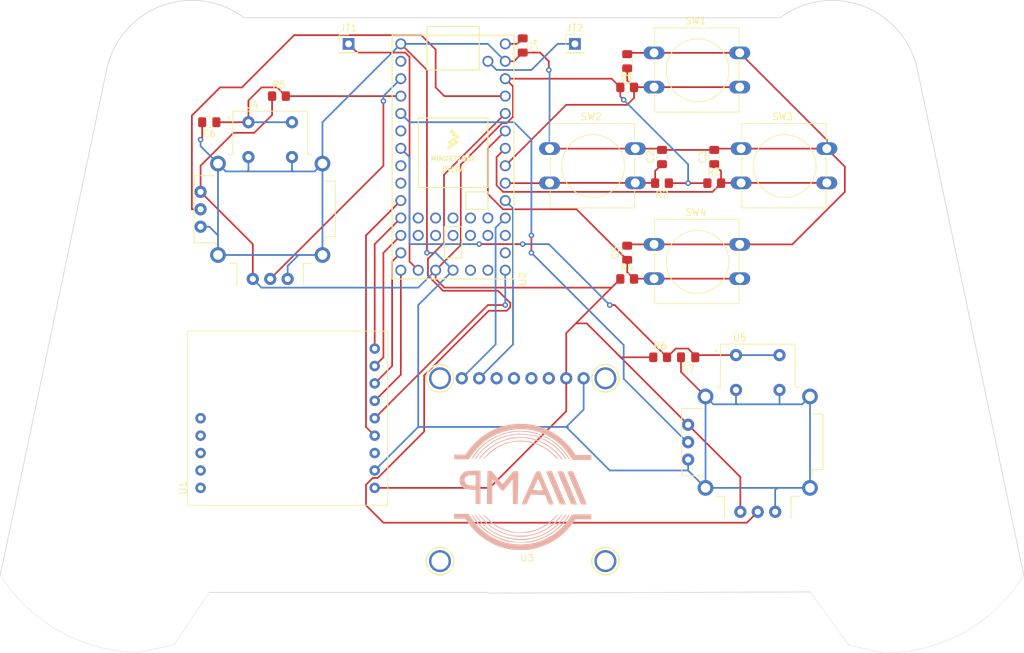
<source format=kicad_pcb>
(kicad_pcb (version 20221018) (generator pcbnew)
  (layers (0 "F.Cu" signal) (31 "B.Cu" signal) (34 "B.Paste" user) (35 "F.Paste" user) (36 "B.SilkS" user "B.Silkscreen") (37 "F.SilkS" user "F.Silkscreen") (38 "B.Mask" user) (39 "F.Mask" user) (44 "Edge.Cuts" user))
  (net 0 "")
  (net 1 "+3V3")
  (net 2 "GND")
  (net 3 "+5V")
  (net 4 "Net-(JT1-Pin_1)")
  (net 5 "Net-(JT2-Pin_1)")
  (net 6 "/LORA_INT")
  (net 7 "/LORA_SCK")
  (net 8 "/LORA_MISO")
  (net 9 "/LORA_MOSI")
  (net 10 "/LORA_CS")
  (net 11 "/LORA_RST")
  (net 17 "/JOY_LEFT_V")
  (net 18 "/JOY_LEFT_H")
  (net 19 "/JOY_LEFT_BTN")
  (net 20 "/JOY_RIGHT_V")
  (net 21 "/JOY_RIGHT_H")
  (net 22 "/JOY_RIGHT_BTN")
  (net 30 "/OLED_SDA")
  (net 31 "/OLED_SCL")
  (net 47 "/BTN_UP")
  (net 48 "/BTN_LEFT")
  (net 49 "/BTN_RIGHT")
  (net 50 "/BTN_DOWN")
  (footprint "Capacitor_SMD:C_0805_2012Metric_Pad1.18x1.45mm_HandSolder" (layer "F.Cu") (at 177.8 68.58 90)
    (fp_text reference "C2" (at 0 -1.68 90) (layer "F.SilkS"))
    (fp_text value "0.1uF")
    (pad "1" smd roundrect (at -1.0375 0 90) (size 1.175 1.45) (layers "F.Cu" "F.Paste" "F.Mask") (roundrect_rratio 0.2127659574) (net 48 "/BTN_LEFT"))
    (pad "2" smd roundrect (at 1.0375 0 90) (size 1.175 1.45) (layers "F.Cu" "F.Paste" "F.Mask") (roundrect_rratio 0.2127659574) (net 2 "GND"))
  )
  (footprint "Capacitor_SMD:C_0805_2012Metric_Pad1.18x1.45mm_HandSolder" (layer "F.Cu") (at 111.76 63.5 180)
    (fp_text reference "C6" (at 0 -1.68) (layer "F.SilkS"))
    (fp_text value "0.1uF")
    (pad "1" smd roundrect (at -1.0375 0 180) (size 1.175 1.45) (layers "F.Cu" "F.Paste" "F.Mask") (roundrect_rratio 0.2127659574) (net 19 "/JOY_LEFT_BTN"))
    (pad "2" smd roundrect (at 1.0375 0 180) (size 1.175 1.45) (layers "F.Cu" "F.Paste" "F.Mask") (roundrect_rratio 0.2127659574) (net 2 "GND"))
  )
  (footprint "128x64_OLED:128x64_OLED" (layer "F.Cu") (at 160.655 130.0625)
    (fp_text reference "U3" (at -2.54 -3 unlocked) (layer "F.SilkS"))
    (fp_text value "128x64_OLED")
    (pad "1" thru_hole circle (at -12.065 -29.21 90) (size 1.778 1.778) (drill 1) (layers "*.Cu" "*.Mask") (net 30 "/OLED_SDA"))
    (pad "2" thru_hole circle (at -9.525 -29.21 90) (size 1.778 1.778) (drill 1) (layers "*.Cu" "*.Mask") (net 31 "/OLED_SCL"))
    (pad "3" thru_hole circle (at -6.985 -29.21 90) (size 1.778 1.778) (drill 1) (layers "*.Cu" "*.Mask"))
    (pad "4" thru_hole circle (at -4.445 -29.21 90) (size 1.778 1.778) (drill 1) (layers "*.Cu" "*.Mask"))
    (pad "5" thru_hole circle (at -1.905 -29.21 90) (size 1.778 1.778) (drill 1) (layers "*.Cu" "*.Mask"))
    (pad "6" thru_hole circle (at 0.635 -29.21 90) (size 1.778 1.778) (drill 1) (layers "*.Cu" "*.Mask"))
    (pad "7" thru_hole circle (at 3.175 -29.21 90) (size 1.778 1.778) (drill 1) (layers "*.Cu" "*.Mask") (net 1 "+3V3"))
    (pad "8" thru_hole circle (at 5.715 -29.21 90) (size 1.778 1.778) (drill 1) (layers "*.Cu" "*.Mask") (net 2 "GND"))
    (pad "P$1" thru_hole circle (at -15.24 -29.21) (size 3.2 3.2) (drill 2.5) (layers "*.Cu" "*.Mask"))
    (pad "P$1" thru_hole circle (at -15.24 -2.54) (size 3.2 3.2) (drill 2.5) (layers "*.Cu" "*.Mask"))
    (pad "P$1" thru_hole circle (at 8.89 -29.21) (size 3.2 3.2) (drill 2.5) (layers "*.Cu" "*.Mask"))
    (pad "P$1" thru_hole circle (at 8.89 -2.54) (size 3.2 3.2) (drill 2.5) (layers "*.Cu" "*.Mask"))
  )
  (footprint "Resistor_SMD:R_0805_2012Metric_Pad1.20x1.40mm_HandSolder" (layer "F.Cu") (at 121.92 59.69)
    (fp_text reference "R5" (at 0 -1.65) (layer "F.SilkS"))
    (fp_text value "10k")
    (pad "1" smd roundrect (at -1 0) (size 1.2 1.4) (layers "F.Cu" "F.Paste" "F.Mask") (roundrect_rratio 0.2083333333) (net 1 "+3V3"))
    (pad "2" smd roundrect (at 1 0) (size 1.2 1.4) (layers "F.Cu" "F.Paste" "F.Mask") (roundrect_rratio 0.2083333333) (net 19 "/JOY_LEFT_BTN"))
  )
  (footprint "Connector_PinHeader_2.54mm:PinHeader_1x01_P2.54mm_Vertical" (layer "F.Cu") (at 165.1 52.07)
    (fp_text reference "JT2" (at 0 -2.33) (layer "F.SilkS"))
    (fp_text value "Conn_01x01_Male")
    (pad "1" thru_hole rect (at 0 0) (size 1.7 1.7) (drill 1) (layers "*.Cu" "*.Mask") (net 5 "Net-(JT2-Pin_1)"))
  )
  (footprint "Connector_PinHeader_2.54mm:PinHeader_1x01_P2.54mm_Vertical" (layer "F.Cu") (at 132.08 52.07)
    (fp_text reference "JT1" (at 0 -2.33) (layer "F.SilkS"))
    (fp_text value "Conn_01x01_Male")
    (pad "1" thru_hole rect (at 0 0) (size 1.7 1.7) (drill 1) (layers "*.Cu" "*.Mask") (net 4 "Net-(JT1-Pin_1)"))
  )
  (footprint "Capacitor_SMD:C_0805_2012Metric_Pad1.18x1.45mm_HandSolder" (layer "F.Cu") (at 172.72 82.55 90)
    (fp_text reference "C5" (at 0 -1.68 90) (layer "F.SilkS"))
    (fp_text value "0.1uF")
    (pad "1" smd roundrect (at -1.0375 0 90) (size 1.175 1.45) (layers "F.Cu" "F.Paste" "F.Mask") (roundrect_rratio 0.2127659574) (net 50 "/BTN_DOWN"))
    (pad "2" smd roundrect (at 1.0375 0 90) (size 1.175 1.45) (layers "F.Cu" "F.Paste" "F.Mask") (roundrect_rratio 0.2127659574) (net 2 "GND"))
  )
  (footprint "Button_Switch_THT:SW_PUSH-12mm" (layer "F.Cu") (at 176.64 81.32)
    (fp_text reference "SW4" (at 6.08 -4.66) (layer "F.SilkS"))
    (fp_text value "SW_Push")
    (pad "1" thru_hole oval (at 0 0) (size 3.048 1.85) (drill 1.3) (layers "*.Cu" "*.Mask") (net 2 "GND"))
    (pad "1" thru_hole oval (at 12.5 0) (size 3.048 1.85) (drill 1.3) (layers "*.Cu" "*.Mask") (net 2 "GND"))
    (pad "2" thru_hole oval (at 0 5) (size 3.048 1.85) (drill 1.3) (layers "*.Cu" "*.Mask") (net 50 "/BTN_DOWN"))
    (pad "2" thru_hole oval (at 12.5 5) (size 3.048 1.85) (drill 1.3) (layers "*.Cu" "*.Mask") (net 50 "/BTN_DOWN"))
  )
  (footprint "Capacitor_SMD:C_0805_2012Metric_Pad1.18x1.45mm_HandSolder" (layer "F.Cu") (at 157.48 52.3025 -90)
    (fp_text reference "C4" (at 0 -1.68 90) (layer "F.SilkS"))
    (fp_text value "0.1uF")
    (pad "1" smd roundrect (at -1.0375 0 270) (size 1.175 1.45) (layers "F.Cu" "F.Paste" "F.Mask") (roundrect_rratio 0.2127659574) (net 3 "+5V"))
    (pad "2" smd roundrect (at 1.0375 0 270) (size 1.175 1.45) (layers "F.Cu" "F.Paste" "F.Mask") (roundrect_rratio 0.2127659574) (net 2 "GND"))
  )
  (footprint "Capacitor_SMD:C_0805_2012Metric_Pad1.18x1.45mm_HandSolder" (layer "F.Cu") (at 185.42 68.58 90)
    (fp_text reference "C3" (at 0 -1.68 90) (layer "F.SilkS"))
    (fp_text value "0.1uF")
    (pad "1" smd roundrect (at -1.0375 0 90) (size 1.175 1.45) (layers "F.Cu" "F.Paste" "F.Mask") (roundrect_rratio 0.2127659574) (net 49 "/BTN_RIGHT"))
    (pad "2" smd roundrect (at 1.0375 0 90) (size 1.175 1.45) (layers "F.Cu" "F.Paste" "F.Mask") (roundrect_rratio 0.2127659574) (net 2 "GND"))
  )
  (footprint "MountingHole:MountingHole_3.2mm_M3" (layer "F.Cu") (at 205 53)
    (fp_text reference "H3" hide)
    (fp_text value "MountingHole")
    (pad "" np_thru_hole circle (at 0 0) (size 3.2 3.2) (drill 3.2) (layers "*.Cu" "*.Mask"))
  )
  (footprint "COM-09032:XDCR_COM-09032" (layer "F.Cu") (at 120.65 76.2)
    (fp_text reference "U4" (at -2.625 -15.235) (layer "F.SilkS"))
    (fp_text value "Joystick")
    (pad "B1A" thru_hole circle (at -3.175 -12.7) (size 1.778 1.778) (drill 0.9) (layers "*.Cu" "*.Mask") (net 19 "/JOY_LEFT_BTN"))
    (pad "B1B" thru_hole circle (at 3.175 -12.7) (size 1.778 1.778) (drill 0.9) (layers "*.Cu" "*.Mask") (net 19 "/JOY_LEFT_BTN"))
    (pad "B2A" thru_hole circle (at -3.175 -7.62) (size 1.778 1.778) (drill 0.9) (layers "*.Cu" "*.Mask") (net 2 "GND"))
    (pad "B2B" thru_hole circle (at 3.175 -7.62) (size 1.778 1.778) (drill 0.9) (layers "*.Cu" "*.Mask") (net 2 "GND"))
    (pad "H1" thru_hole circle (at -2.54 10.16) (size 1.778 1.778) (drill 0.889) (layers "*.Cu" "*.Mask") (net 1 "+3V3"))
    (pad "H2" thru_hole circle (at 0 10.16) (size 1.778 1.778) (drill 0.889) (layers "*.Cu" "*.Mask") (net 18 "/JOY_LEFT_H"))
    (pad "H3" thru_hole circle (at 2.54 10.16) (size 1.778 1.778) (drill 0.889) (layers "*.Cu" "*.Mask") (net 2 "GND"))
    (pad "S1" thru_hole circle (at -7.62 -6.6675) (size 2.286 2.286) (drill 1.397) (layers "*.Cu" "*.Mask") (net 2 "GND"))
    (pad "S2" thru_hole circle (at -7.62 6.6675) (size 2.286 2.286) (drill 1.397) (layers "*.Cu" "*.Mask") (net 2 "GND"))
    (pad "S3" thru_hole circle (at 7.62 6.6675) (size 2.286 2.286) (drill 1.397) (layers "*.Cu" "*.Mask") (net 2 "GND"))
    (pad "S4" thru_hole circle (at 7.62 -6.6675) (size 2.286 2.286) (drill 1.397) (layers "*.Cu" "*.Mask") (net 2 "GND"))
    (pad "V1" thru_hole circle (at -10.16 -2.54) (size 1.778 1.778) (drill 0.889) (layers "*.Cu" "*.Mask") (net 1 "+3V3"))
    (pad "V2" thru_hole circle (at -10.16 0) (size 1.778 1.778) (drill oval 0.889) (layers "*.Cu" "*.Mask") (net 17 "/JOY_LEFT_V"))
    (pad "V3" thru_hole circle (at -10.16 2.54) (size 1.778 1.778) (drill 0.889) (layers "*.Cu" "*.Mask") (net 2 "GND"))
  )
  (footprint "Button_Switch_THT:SW_PUSH-12mm" (layer "F.Cu") (at 161.4 67.35)
    (fp_text reference "SW2" (at 6.08 -4.66) (layer "F.SilkS"))
    (fp_text value "SW_Push")
    (pad "1" thru_hole oval (at 0 0) (size 3.048 1.85) (drill 1.3) (layers "*.Cu" "*.Mask") (net 2 "GND"))
    (pad "1" thru_hole oval (at 12.5 0) (size 3.048 1.85) (drill 1.3) (layers "*.Cu" "*.Mask") (net 2 "GND"))
    (pad "2" thru_hole oval (at 0 5) (size 3.048 1.85) (drill 1.3) (layers "*.Cu" "*.Mask") (net 48 "/BTN_LEFT"))
    (pad "2" thru_hole oval (at 12.5 5) (size 3.048 1.85) (drill 1.3) (layers "*.Cu" "*.Mask") (net 48 "/BTN_LEFT"))
  )
  (footprint "Button_Switch_THT:SW_PUSH-12mm" (layer "F.Cu") (at 189.34 67.35)
    (fp_text reference "SW3" (at 6.08 -4.66) (layer "F.SilkS"))
    (fp_text value "SW_Push")
    (pad "1" thru_hole oval (at 0 0) (size 3.048 1.85) (drill 1.3) (layers "*.Cu" "*.Mask") (net 2 "GND"))
    (pad "1" thru_hole oval (at 12.5 0) (size 3.048 1.85) (drill 1.3) (layers "*.Cu" "*.Mask") (net 2 "GND"))
    (pad "2" thru_hole oval (at 0 5) (size 3.048 1.85) (drill 1.3) (layers "*.Cu" "*.Mask") (net 49 "/BTN_RIGHT"))
    (pad "2" thru_hole oval (at 12.5 5) (size 3.048 1.85) (drill 1.3) (layers "*.Cu" "*.Mask") (net 49 "/BTN_RIGHT"))
  )
  (footprint "COM-09032:XDCR_COM-09032" (layer "F.Cu") (at 191.77 110.1725)
    (fp_text reference "U5" (at -2.625 -15.235) (layer "F.SilkS"))
    (fp_text value "Joystick")
    (pad "B1A" thru_hole circle (at -3.175 -12.7) (size 1.778 1.778) (drill 0.9) (layers "*.Cu" "*.Mask") (net 22 "/JOY_RIGHT_BTN"))
    (pad "B1B" thru_hole circle (at 3.175 -12.7) (size 1.778 1.778) (drill 0.9) (layers "*.Cu" "*.Mask") (net 22 "/JOY_RIGHT_BTN"))
    (pad "B2A" thru_hole circle (at -3.175 -7.62) (size 1.778 1.778) (drill 0.9) (layers "*.Cu" "*.Mask") (net 2 "GND"))
    (pad "B2B" thru_hole circle (at 3.175 -7.62) (size 1.778 1.778) (drill 0.9) (layers "*.Cu" "*.Mask") (net 2 "GND"))
    (pad "H1" thru_hole circle (at -2.54 10.16) (size 1.778 1.778) (drill 0.889) (layers "*.Cu" "*.Mask") (net 1 "+3V3"))
    (pad "H2" thru_hole circle (at 0 10.16) (size 1.778 1.778) (drill 0.889) (layers "*.Cu" "*.Mask") (net 21 "/JOY_RIGHT_H"))
    (pad "H3" thru_hole circle (at 2.54 10.16) (size 1.778 1.778) (drill 0.889) (layers "*.Cu" "*.Mask") (net 2 "GND"))
    (pad "S1" thru_hole circle (at -7.62 -6.6675) (size 2.286 2.286) (drill 1.397) (layers "*.Cu" "*.Mask") (net 2 "GND"))
    (pad "S2" thru_hole circle (at -7.62 6.6675) (size 2.286 2.286) (drill 1.397) (layers "*.Cu" "*.Mask") (net 2 "GND"))
    (pad "S3" thru_hole circle (at 7.62 6.6675) (size 2.286 2.286) (drill 1.397) (layers "*.Cu" "*.Mask") (net 2 "GND"))
    (pad "S4" thru_hole circle (at 7.62 -6.6675) (size 2.286 2.286) (drill 1.397) (layers "*.Cu" "*.Mask") (net 2 "GND"))
    (pad "V1" thru_hole circle (at -10.16 -2.54) (size 1.778 1.778) (drill 0.889) (layers "*.Cu" "*.Mask") (net 1 "+3V3"))
    (pad "V2" thru_hole circle (at -10.16 0) (size 1.778 1.778) (drill 0.889) (layers "*.Cu" "*.Mask") (net 20 "/JOY_RIGHT_V"))
    (pad "V3" thru_hole circle (at -10.16 2.54) (size 1.778 1.778) (drill 0.889) (layers "*.Cu" "*.Mask") (net 2 "GND"))
  )
  (footprint "MountingHole:MountingHole_3.2mm_M3" (layer "F.Cu") (at 96.71 129.86)
    (fp_text reference "H3" hide)
    (fp_text value "MountingHole")
    (pad "" np_thru_hole circle (at 0 0) (size 3.2 3.2) (drill 3.2) (layers "*.Cu" "*.Mask"))
  )
  (footprint "Button_Switch_THT:SW_PUSH-12mm" (layer "F.Cu") (at 176.64 53.38)
    (fp_text reference "SW1" (at 6.08 -4.66) (layer "F.SilkS"))
    (fp_text value "SW_Push")
    (pad "1" thru_hole oval (at 0 0) (size 3.048 1.85) (drill 1.3) (layers "*.Cu" "*.Mask") (net 2 "GND"))
    (pad "1" thru_hole oval (at 12.5 0) (size 3.048 1.85) (drill 1.3) (layers "*.Cu" "*.Mask") (net 2 "GND"))
    (pad "2" thru_hole oval (at 0 5) (size 3.048 1.85) (drill 1.3) (layers "*.Cu" "*.Mask") (net 47 "/BTN_UP"))
    (pad "2" thru_hole oval (at 12.5 5) (size 3.048 1.85) (drill 1.3) (layers "*.Cu" "*.Mask") (net 47 "/BTN_UP"))
  )
  (footprint "MountingHole:MountingHole_3.2mm_M3" (layer "F.Cu") (at 106.68 53.34)
    (fp_text reference "H3" hide)
    (fp_text value "MountingHole")
    (pad "" np_thru_hole circle (at 0 0) (size 3.2 3.2) (drill 3.2) (layers "*.Cu" "*.Mask"))
  )
  (footprint "Resistor_SMD:R_0805_2012Metric_Pad1.20x1.40mm_HandSolder" (layer "F.Cu") (at 177.8 72.39 180)
    (fp_text reference "R2" (at 0 -1.65) (layer "F.SilkS"))
    (fp_text value "10k")
    (pad "1" smd roundrect (at -1 0 180) (size 1.2 1.4) (layers "F.Cu" "F.Paste" "F.Mask") (roundrect_rratio 0.2083333333) (net 1 "+3V3"))
    (pad "2" smd roundrect (at 1 0 180) (size 1.2 1.4) (layers "F.Cu" "F.Paste" "F.Mask") (roundrect_rratio 0.2083333333) (net 48 "/BTN_LEFT"))
  )
  (footprint "RF_Module_OTHER:RFM9x_Adafruit" (layer "F.Cu") (at 110.49 116.84 90)
    (fp_text reference "U1" (at 0 -2.54 90 unlocked) (layer "F.SilkS"))
    (fp_text value "RFM9x")
    (pad "1" thru_hole circle (at 0 25.4 180) (size 1.524 1.524) (drill 0.762) (layers "*.Cu" "*.Mask") (net 1 "+3V3"))
    (pad "2" thru_hole circle (at 2.54 25.4 90) (size 1.524 1.524) (drill 0.762) (layers "*.Cu" "*.Mask") (net 2 "GND"))
    (pad "3" thru_hole circle (at 5.08 25.4 90) (size 1.524 1.524) (drill 0.762) (layers "*.Cu" "*.Mask"))
    (pad "4" thru_hole circle (at 7.62 25.4 90) (size 1.524 1.524) (drill 0.762) (layers "*.Cu" "*.Mask") (net 6 "/LORA_INT"))
    (pad "5" thru_hole circle (at 10.16 25.4 90) (size 1.524 1.524) (drill 0.762) (layers "*.Cu" "*.Mask") (net 7 "/LORA_SCK"))
    (pad "6" thru_hole circle (at 12.7 25.4 90) (size 1.524 1.524) (drill 0.762) (layers "*.Cu" "*.Mask") (net 8 "/LORA_MISO"))
    (pad "7" thru_hole circle (at 15.24 25.4 90) (size 1.524 1.524) (drill 0.762) (layers "*.Cu" "*.Mask") (net 9 "/LORA_MOSI"))
    (pad "8" thru_hole circle (at 17.78 25.4 90) (size 1.524 1.524) (drill 0.762) (layers "*.Cu" "*.Mask") (net 10 "/LORA_CS"))
    (pad "9" thru_hole circle (at 20.32 25.4 90) (size 1.524 1.524) (drill 0.762) (layers "*.Cu" "*.Mask") (net 11 "/LORA_RST"))
    (pad "10" thru_hole circle (at 0 0 90) (size 1.524 1.524) (drill 0.762) (layers "*.Cu" "*.Mask"))
    (pad "11" thru_hole circle (at 2.54 0 90) (size 1.524 1.524) (drill 0.762) (layers "*.Cu" "*.Mask"))
    (pad "12" thru_hole circle (at 5.08 0 90) (size 1.524 1.524) (drill 0.762) (layers "*.Cu" "*.Mask"))
    (pad "13" thru_hole circle (at 7.62 0 90) (size 1.524 1.524) (drill 0.762) (layers "*.Cu" "*.Mask"))
    (pad "14" thru_hole circle (at 10.16 0 90) (size 1.524 1.524) (drill 0.762) (layers "*.Cu" "*.Mask"))
  )
  (footprint "Capacitor_SMD:C_0805_2012Metric_Pad1.18x1.45mm_HandSolder" (layer "F.Cu") (at 181.61 97.79 180)
    (fp_text reference "C7" (at 0 -1.68) (layer "F.SilkS"))
    (fp_text value "0.1uF")
    (pad "1" smd roundrect (at -1.0375 0 180) (size 1.175 1.45) (layers "F.Cu" "F.Paste" "F.Mask") (roundrect_rratio 0.2127659574) (net 22 "/JOY_RIGHT_BTN"))
    (pad "2" smd roundrect (at 1.0375 0 180) (size 1.175 1.45) (layers "F.Cu" "F.Paste" "F.Mask") (roundrect_rratio 0.2127659574) (net 2 "GND"))
  )
  (footprint "teensy:Teensy40" (layer "F.Cu") (at 147.32 68.58 -90)
    (fp_text reference "U2" (at 17.78 -10.16 90) (layer "F.SilkS"))
    (fp_text value "Teensy4.0")
    (fp_text user "DVL6A" (at 1.778 0) (layer "F.SilkS") (effects (font (size 0.7 0.7))))
    (fp_text user "MIMXRT1062" (at 0.254 0) (layer "F.SilkS") (effects (font (size 0.7 0.7))))
    (pad "1" thru_hole circle (at -16.51 7.62 270) (size 1.6 1.6) (drill 1.1) (layers "*.Cu" "*.Mask") (net 2 "GND"))
    (pad "2" thru_hole circle (at -13.97 7.62 270) (size 1.6 1.6) (drill 1.1) (layers "*.Cu" "*.Mask"))
    (pad "3" thru_hole circle (at -11.43 7.62 270) (size 1.6 1.6) (drill 1.1) (layers "*.Cu" "*.Mask") (net 18 "/JOY_LEFT_H"))
    (pad "4" thru_hole circle (at -8.89 7.62 270) (size 1.6 1.6) (drill 1.1) (layers "*.Cu" "*.Mask") (net 19 "/JOY_LEFT_BTN"))
    (pad "5" thru_hole circle (at -6.35 7.62 270) (size 1.6 1.6) (drill 1.1) (layers "*.Cu" "*.Mask") (net 20 "/JOY_RIGHT_V"))
    (pad "6" thru_hole circle (at -3.81 7.62 270) (size 1.6 1.6) (drill 1.1) (layers "*.Cu" "*.Mask"))
    (pad "7" thru_hole circle (at -1.27 7.62 270) (size 1.6 1.6) (drill 1.1) (layers "*.Cu" "*.Mask") (net 22 "/JOY_RIGHT_BTN"))
    (pad "8" thru_hole circle (at 1.27 7.62 270) (size 1.6 1.6) (drill 1.1) (layers "*.Cu" "*.Mask"))
    (pad "9" thru_hole circle (at 3.81 7.62 270) (size 1.6 1.6) (drill 1.1) (layers "*.Cu" "*.Mask"))
    (pad "10" thru_hole circle (at 6.35 7.62 270) (size 1.6 1.6) (drill 1.1) (layers "*.Cu" "*.Mask") (net 6 "/LORA_INT"))
    (pad "11" thru_hole circle (at 8.89 7.62 270) (size 1.6 1.6) (drill 1.1) (layers "*.Cu" "*.Mask") (net 11 "/LORA_RST"))
    (pad "12" thru_hole circle (at 11.43 7.62 270) (size 1.6 1.6) (drill 1.1) (layers "*.Cu" "*.Mask") (net 10 "/LORA_CS"))
    (pad "13" thru_hole circle (at 13.97 7.62 270) (size 1.6 1.6) (drill 1.1) (layers "*.Cu" "*.Mask") (net 9 "/LORA_MOSI"))
    (pad "14" thru_hole circle (at 16.51 7.62 270) (size 1.6 1.6) (drill 1.1) (layers "*.Cu" "*.Mask") (net 8 "/LORA_MISO"))
    (pad "15" thru_hole circle (at 16.51 5.08 270) (size 1.6 1.6) (drill 1.1) (layers "*.Cu" "*.Mask") (net 4 "Net-(JT1-Pin_1)"))
    (pad "16" thru_hole circle (at 16.51 2.54 270) (size 1.6 1.6) (drill 1.1) (layers "*.Cu" "*.Mask") (net 1 "+3V3"))
    (pad "17" thru_hole circle (at 16.51 0 270) (size 1.6 1.6) (drill 1.1) (layers "*.Cu" "*.Mask") (net 2 "GND"))
    (pad "18" thru_hole circle (at 16.51 -2.54 270) (size 1.6 1.6) (drill 1.1) (layers "*.Cu" "*.Mask"))
    (pad "19" thru_hole circle (at 16.51 -5.08 270) (size 1.6 1.6) (drill 1.1) (layers "*.Cu" "*.Mask"))
    (pad "20" thru_hole circle (at 16.51 -7.62 270) (size 1.6 1.6) (drill 1.1) (layers "*.Cu" "*.Mask") (net 7 "/LORA_SCK"))
    (pad "21" thru_hole circle (at 13.97 -7.62 270) (size 1.6 1.6) (drill 1.1) (layers "*.Cu" "*.Mask"))
    (pad "22" thru_hole circle (at 11.43 -7.62 270) (size 1.6 1.6) (drill 1.1) (layers "*.Cu" "*.Mask"))
    (pad "23" thru_hole circle (at 8.89 -7.62 270) (size 1.6 1.6) (drill 1.1) (layers "*.Cu" "*.Mask") (net 30 "/OLED_SDA"))
    (pad "24" thru_hole circle (at 6.35 -7.62 270) (size 1.6 1.6) (drill 1.1) (layers "*.Cu" "*.Mask") (net 31 "/OLED_SCL"))
    (pad "25" thru_hole circle (at 3.81 -7.62 270) (size 1.6 1.6) (drill 1.1) (layers "*.Cu" "*.Mask") (net 48 "/BTN_LEFT"))
    (pad "26" thru_hole circle (at 1.27 -7.62 270) (size 1.6 1.6) (drill 1.1) (layers "*.Cu" "*.Mask") (net 47 "/BTN_UP"))
    (pad "27" thru_hole circle (at -1.27 -7.62 270) (size 1.6 1.6) (drill 1.1) (layers "*.Cu" "*.Mask") (net 49 "/BTN_RIGHT"))
    (pad "28" thru_hole circle (at -3.81 -7.62 270) (size 1.6 1.6) (drill 1.1) (layers "*.Cu" "*.Mask") (net 50 "/BTN_DOWN"))
    (pad "29" thru_hole circle (at -6.35 -7.62 270) (size 1.6 1.6) (drill 1.1) (layers "*.Cu" "*.Mask") (net 21 "/JOY_RIGHT_H"))
    (pad "30" thru_hole circle (at -8.89 -7.62 270) (size 1.6 1.6) (drill 1.1) (layers "*.Cu" "*.Mask") (net 17 "/JOY_LEFT_V"))
    (pad "31" thru_hole circle (at -11.43 -7.62 270) (size 1.6 1.6) (drill 1.1) (layers "*.Cu" "*.Mask") (net 1 "+3V3"))
    (pad "32" thru_hole circle (at -13.97 -7.62 270) (size 1.6 1.6) (drill 1.1) (layers "*.Cu" "*.Mask") (net 2 "GND"))
    (pad "33" thru_hole circle (at -16.51 -7.62 270) (size 1.6 1.6) (drill 1.1) (layers "*.Cu" "*.Mask") (net 3 "+5V"))
    (pad "34" thru_hole circle (at -13.97 -5.08 270) (size 1.6 1.6) (drill 1.1) (layers "*.Cu" "*.Mask") (net 5 "Net-(JT2-Pin_1)"))
    (pad "35" thru_hole circle (at 11.43 -5.08 270) (size 1.6 1.6) (drill 1.1) (layers "*.Cu" "*.Mask"))
    (pad "36" thru_hole circle (at 8.89 -5.08 270) (size 1.6 1.6) (drill 1.1) (layers "*.Cu" "*.Mask"))
    (pad "37" thru_hole circle (at 11.43 -2.54 270) (size 1.6 1.6) (drill 1.1) (layers "*.Cu" "*.Mask"))
    (pad "38" thru_hole circle (at 8.89 -2.54 270) (size 1.6 1.6) (drill 1.1) (layers "*.Cu" "*.Mask"))
    (pad "39" thru_hole circle (at 11.43 0 270) (size 1.6 1.6) (drill 1.1) (layers "*.Cu" "*.Mask"))
    (pad "40" thru_hole circle (at 8.89 0 270) (size 1.6 1.6) (drill 1.1) (layers "*.Cu" "*.Mask"))
    (pad "41" thru_hole circle (at 11.43 2.54 270) (size 1.6 1.6) (drill 1.1) (layers "*.Cu" "*.Mask"))
    (pad "42" thru_hole circle (at 8.89 2.54 270) (size 1.6 1.6) (drill 1.1) (layers "*.Cu" "*.Mask"))
    (pad "43" thru_hole circle (at 11.43 5.08 270) (size 1.6 1.6) (drill 1.1) (layers "*.Cu" "*.Mask"))
    (pad "44" thru_hole circle (at 8.89 5.08 270) (size 1.6 1.6) (drill 1.1) (layers "*.Cu" "*.Mask"))
  )
  (footprint "MountingHole:MountingHole_3.2mm_M3" (layer "F.Cu") (at 215.89 129.86)
    (fp_text reference "H3" hide)
    (fp_text value "MountingHole")
    (pad "" np_thru_hole circle (at 0 0) (size 3.2 3.2) (drill 3.2) (layers "*.Cu" "*.Mask"))
  )
  (footprint "Resistor_SMD:R_0805_2012Metric_Pad1.20x1.40mm_HandSolder" (layer "F.Cu") (at 172.72 86.36)
    (fp_text reference "R4" (at 0 -1.65) (layer "F.SilkS"))
    (fp_text value "10k")
    (pad "1" smd roundrect (at -1 0) (size 1.2 1.4) (layers "F.Cu" "F.Paste" "F.Mask") (roundrect_rratio 0.2083333333) (net 1 "+3V3"))
    (pad "2" smd roundrect (at 1 0) (size 1.2 1.4) (layers "F.Cu" "F.Paste" "F.Mask") (roundrect_rratio 0.2083333333) (net 50 "/BTN_DOWN"))
  )
  (footprint "Capacitor_SMD:C_0805_2012Metric_Pad1.18x1.45mm_HandSolder" (layer "F.Cu") (at 172.72 54.61 90)
    (fp_text reference "C1" (at -2.54 0 90) (layer "F.SilkS"))
    (fp_text value "0.1uF")
    (pad "1" smd roundrect (at -1.0375 0 90) (size 1.175 1.45) (layers "F.Cu" "F.Paste" "F.Mask") (roundrect_rratio 0.2127659574) (net 47 "/BTN_UP"))
    (pad "2" smd roundrect (at 1.0375 0 90) (size 1.175 1.45) (layers "F.Cu" "F.Paste" "F.Mask") (roundrect_rratio 0.2127659574) (net 2 "GND"))
  )
  (footprint "Resistor_SMD:R_0805_2012Metric_Pad1.20x1.40mm_HandSolder" (layer "F.Cu") (at 177.53 97.79)
    (fp_text reference "R6" (at 0 -1.65) (layer "F.SilkS"))
    (fp_text value "10k")
    (pad "1" smd roundrect (at -1 0) (size 1.2 1.4) (layers "F.Cu" "F.Paste" "F.Mask") (roundrect_rratio 0.2083333333) (net 1 "+3V3"))
    (pad "2" smd roundrect (at 1 0) (size 1.2 1.4) (layers "F.Cu" "F.Paste" "F.Mask") (roundrect_rratio 0.2083333333) (net 22 "/JOY_RIGHT_BTN"))
  )
  (footprint "Resistor_SMD:R_0805_2012Metric_Pad1.20x1.40mm_HandSolder" (layer "F.Cu") (at 185.42 72.39)
    (fp_text reference "R3" (at 0 -1.65) (layer "F.SilkS"))
    (fp_text value "10k")
    (pad "1" smd roundrect (at -1 0) (size 1.2 1.4) (layers "F.Cu" "F.Paste" "F.Mask") (roundrect_rratio 0.2083333333) (net 1 "+3V3"))
    (pad "2" smd roundrect (at 1 0) (size 1.2 1.4) (layers "F.Cu" "F.Paste" "F.Mask") (roundrect_rratio 0.2083333333) (net 49 "/BTN_RIGHT"))
  )
  (footprint "Resistor_SMD:R_0805_2012Metric_Pad1.20x1.40mm_HandSolder" (layer "F.Cu") (at 172.72 58.42)
    (fp_text reference "R1" (at 0 -1.65) (layer "F.SilkS"))
    (fp_text value "10k")
    (pad "1" smd roundrect (at -1 0) (size 1.2 1.4) (layers "F.Cu" "F.Paste" "F.Mask") (roundrect_rratio 0.2083333333) (net 1 "+3V3"))
    (pad "2" smd roundrect (at 1 0) (size 1.2 1.4) (layers "F.Cu" "F.Paste" "F.Mask") (roundrect_rratio 0.2083333333) (net 47 "/BTN_UP"))
  )
  (footprint "AMP:Logo" (layer "B.Cu") (at 157.48 116.84 180)
    (fp_text reference "U2" hide)
    (fp_text value "Logo" hide)
  )
  (gr_line (start 152.4 132.08) (end 111.76 132.08) (stroke (width 0.1)) (layer "Edge.Cuts"))
  (gr_line (start 199.41 132.02) (end 205.09 139.81) (stroke (width 0.05)) (layer "Edge.Cuts"))
  (gr_arc (start 230.553825 129.651544) (mid 221.85 137.91) (end 210.233825 140.913856) (stroke (width 0.05)) (layer "Edge.Cuts"))
  (gr_arc (start 101.6 140.802312) (mid 89.983825 137.798456) (end 81.28 129.54) (stroke (width 0.05)) (layer "Edge.Cuts"))
  (gr_line (start 81.28 129.54) (end 96.766625 55.929326) (stroke (width 0.1)) (layer "Edge.Cuts"))
  (gr_line (start 215.080714 55.942925) (end 230.567339 129.553599) (stroke (width 0.1)) (layer "Edge.Cuts"))
  (gr_line (start 116.84 48.26) (end 156.21 48.26) (stroke (width 0.1)) (layer "Edge.Cuts"))
  (gr_line (start 106.68 139.7) (end 111.76 132.08) (stroke (width 0.05)) (layer "Edge.Cuts"))
  (gr_arc (start 195.007339 48.273599) (mid 207.16 46.57) (end 215.080714 55.942925) (stroke (width 0.1)) (layer "Edge.Cuts"))
  (gr_line (start 199.41 132.02) (end 152.41 132.19) (stroke (width 0.1)) (layer "Edge.Cuts"))
  (gr_line (start 155.575 48.26) (end 194.945 48.26) (stroke (width 0.1)) (layer "Edge.Cuts"))
  (gr_line (start 101.6 140.802312) (end 106.68 139.7) (stroke (width 0.05)) (layer "Edge.Cuts"))
  (gr_arc (start 96.766625 55.929326) (mid 104.687339 46.556401) (end 116.84 48.26) (stroke (width 0.1)) (layer "Edge.Cuts"))
  (gr_line (start 205.09 139.81) (end 210.17 140.912312) (stroke (width 0.05)) (layer "Edge.Cuts"))
  (segment (start 144.78 85.09) (end 148.445 81.425) (width 0.25) (layer "F.Cu") (net 1))
  (segment (start 120.92 62.445023) (end 120.92 59.69) (width 0.25) (layer "F.Cu") (net 1))
  (segment (start 171.72 58.42) (end 171.72 59.7478) (width 0.25) (layer "F.Cu") (net 1))
  (segment (start 163.83 94.25) (end 165.235 92.845) (width 0.25) (layer "F.Cu") (net 1))
  (segment (start 110.49 73.66) (end 110.49 69.85) (width 0.25) (layer "F.Cu") (net 1))
  (segment (start 165.235 92.845) (end 170.45 87.63) (width 0.25) (layer "F.Cu") (net 1))
  (segment (start 144.78 86.36) (end 144.78 85.09) (width 0.25) (layer "F.Cu") (net 1))
  (segment (start 171.72 86.36) (end 170.45 87.63) (width 0.25) (layer "F.Cu") (net 1))
  (segment (start 146.05 87.63) (end 144.78 86.36) (width 0.25) (layer "F.Cu") (net 1))
  (segment (start 163.83 100.8525) (end 163.83 94.25) (width 0.25) (layer "F.Cu") (net 1))
  (segment (start 118.320001 65.045022) (end 120.92 62.445023) (width 0.25) (layer "F.Cu") (net 1))
  (segment (start 166.8225 92.845) (end 165.235 92.845) (width 0.25) (layer "F.Cu") (net 1))
  (segment (start 156.065 62.695991) (end 156.065 58.275) (width 0.25) (layer "F.Cu") (net 1))
  (segment (start 189.23 115.2525) (end 181.61 107.6325) (width 0.25) (layer "F.Cu") (net 1))
  (segment (start 176.53 97.79) (end 171.7675 97.79) (width 0.25) (layer "F.Cu") (net 1))
  (segment (start 156.065 58.275) (end 154.94 57.15) (width 0.25) (layer "F.Cu") (net 1))
  (segment (start 152.65 116.84) (end 135.89 116.84) (width 0.25) (layer "F.Cu") (net 1))
  (segment (start 171.60875 97.63125) (end 166.8225 92.845) (width 0.25) (layer "F.Cu") (net 1))
  (segment (start 110.49 69.85) (end 115.294978 65.045022) (width 0.25) (layer "F.Cu") (net 1))
  (segment (start 181.61 72.39) (end 178.8 72.39) (width 0.25) (layer "F.Cu") (net 1))
  (segment (start 154.474009 63.645) (end 155.115991 63.645) (width 0.25) (layer "F.Cu") (net 1))
  (segment (start 171.72 59.7478) (end 172.2077 60.2355) (width 0.25) (layer "F.Cu") (net 1))
  (segment (start 171.7675 97.79) (end 171.60875 97.63125) (width 0.25) (layer "F.Cu") (net 1))
  (segment (start 163.83 105.66) (end 152.65 116.84) (width 0.25) (layer "F.Cu") (net 1))
  (segment (start 170.45 87.63) (end 146.05 87.63) (width 0.25) (layer "F.Cu") (net 1))
  (segment (start 115.294978 65.045022) (end 118.320001 65.045022) (width 0.25) (layer "F.Cu") (net 1))
  (segment (start 189.23 120.3325) (end 189.23 115.2525) (width 0.25) (layer "F.Cu") (net 1))
  (segment (start 148.445 69.674009) (end 154.474009 63.645) (width 0.25) (layer "F.Cu") (net 1))
  (segment (start 148.445 81.425) (end 148.445 69.674009) (width 0.25) (layer "F.Cu") (net 1))
  (segment (start 181.61 107.6325) (end 171.60875 97.63125) (width 0.25) (layer "F.Cu") (net 1))
  (segment (start 118.11 81.28) (end 118.11 86.36) (width 0.25) (layer "F.Cu") (net 1))
  (segment (start 170.45 57.15) (end 171.72 58.42) (width 0.25) (layer "F.Cu") (net 1))
  (segment (start 184.42 72.39) (end 181.61 72.39) (width 0.25) (layer "F.Cu") (net 1))
  (segment (start 110.49 73.66) (end 118.11 81.28) (width 0.25) (layer "F.Cu") (net 1))
  (segment (start 163.83 100.8525) (end 163.83 105.66) (width 0.25) (layer "F.Cu") (net 1))
  (segment (start 154.94 57.15) (end 170.45 57.15) (width 0.25) (layer "F.Cu") (net 1))
  (segment (start 155.115991 63.645) (end 156.065 62.695991) (width 0.25) (layer "F.Cu") (net 1))
  (via (at 172.2077 60.2355) (size 0.8) (drill 0.4) (layers "F.Cu" "B.Cu") (net 1))
  (via (at 181.61 72.39) (size 0.8) (drill 0.4) (layers "F.Cu" "B.Cu") (net 1))
  (segment (start 181.61 69.6378) (end 181.61 72.39) (width 0.25) (layer "B.Cu") (net 1))
  (segment (start 144.78 85.09) (end 142.24 87.63) (width 0.25) (layer "B.Cu") (net 1))
  (segment (start 172.2077 60.2355) (end 181.61 69.6378) (width 0.25) (layer "B.Cu") (net 1))
  (segment (start 119.38 87.63) (end 118.11 86.36) (width 0.25) (layer "B.Cu") (net 1))
  (segment (start 142.24 87.63) (end 119.38 87.63) (width 0.25) (layer "B.Cu") (net 1))
  (segment (start 156.21 54.61) (end 157.48 53.34) (width 0.25) (layer "F.Cu") (net 2))
  (segment (start 177.6075 67.35) (end 173.9 67.35) (width 0.25) (layer "F.Cu") (net 2))
  (segment (start 196.81 81.32) (end 204.47 73.66) (width 0.25) (layer "F.Cu") (net 2))
  (segment (start 177.8 67.5425) (end 177.6075 67.35) (width 0.25) (layer "F.Cu") (net 2))
  (segment (start 143.51 82.55) (end 143.51 55.88) (width 0.25) (layer "F.Cu") (net 2))
  (segment (start 201.84 67.35) (end 201.84 66.08) (width 0.25) (layer "F.Cu") (net 2))
  (segment (start 176.64 53.38) (end 189.14 53.38) (width 0.25) (layer "F.Cu") (net 2))
  (segment (start 143.51 55.88) (end 139.7 52.07) (width 0.25) (layer "F.Cu") (net 2))
  (segment (start 110.7225 63.5) (end 110.7225 65.8075) (width 0.25) (layer "F.Cu") (net 2))
  (segment (start 204.47 69.98) (end 201.84 67.35) (width 0.25) (layer "F.Cu") (net 2))
  (segment (start 201.84 66.08) (end 189.14 53.38) (width 0.25) (layer "F.Cu") (net 2))
  (segment (start 154.94 54.61) (end 156.21 54.61) (width 0.25) (layer "F.Cu") (net 2))
  (segment (start 172.9125 53.38) (end 176.64 53.38) (width 0.25) (layer "F.Cu") (net 2))
  (segment (start 172.72 81.5125) (end 172.9125 81.32) (width 0.25) (layer "F.Cu") (net 2))
  (segment (start 189.34 67.35) (end 201.84 67.35) (width 0.25) (layer "F.Cu") (net 2))
  (segment (start 185.42 67.5425) (end 185.6125 67.35) (width 0.25) (layer "F.Cu") (net 2))
  (segment (start 173.9 67.35) (end 161.4 67.35) (width 0.25) (layer "F.Cu") (net 2))
  (segment (start 177.8 67.5425) (end 185.42 67.5425) (width 0.25) (layer "F.Cu") (net 2))
  (segment (start 185.6125 67.35) (end 189.34 67.35) (width 0.25) (layer "F.Cu") (net 2))
  (segment (start 176.64 81.32) (end 189.14 81.32) (width 0.25) (layer "F.Cu") (net 2))
  (segment (start 157.48 53.34) (end 160.02 53.34) (width 0.25) (layer "F.Cu") (net 2))
  (segment (start 172.9125 81.32) (end 176.64 81.32) (width 0.25) (layer "F.Cu") (net 2))
  (segment (start 184.15 103.505) (end 180.5725 99.9275) (width 0.25) (layer "F.Cu") (net 2))
  (segment (start 189.14 81.32) (end 196.81 81.32) (width 0.25) (layer "F.Cu") (net 2))
  (segment (start 172.72 53.5725) (end 172.9125 53.38) (width 0.25) (layer "F.Cu") (net 2))
  (segment (start 204.47 73.66) (end 204.47 69.98) (width 0.25) (layer "F.Cu") (net 2))
  (segment (start 180.5725 99.9275) (end 180.5725 97.79) (width 0.25) (layer "F.Cu") (net 2))
  (segment (start 110.7225 65.8075) (end 110.49 66.04) (width 0.25) (layer "F.Cu") (net 2))
  (segment (start 161.29 54.61) (end 161.29 55.88) (width 0.25) (layer "F.Cu") (net 2))
  (segment (start 160.02 53.34) (end 161.29 54.61) (width 0.25) (layer "F.Cu") (net 2))
  (via (at 110.49 66.04) (size 0.8) (drill 0.4) (layers "F.Cu" "B.Cu") (net 2))
  (via (at 161.29 55.88) (size 0.8) (drill 0.4) (layers "F.Cu" "B.Cu") (net 2))
  (via (at 143.51 82.55) (size 0.8) (drill 0.4) (layers "F.Cu" "B.Cu") (net 2))
  (segment (start 184.15 103.505) (end 184.15 116.84) (width 0.25) (layer "B.Cu") (net 2))
  (segment (start 139.7 52.07) (end 128.27 63.5) (width 0.25) (layer "B.Cu") (net 2))
  (segment (start 161.4 55.99) (end 161.4 67.35) (width 0.25) (layer "B.Cu") (net 2))
  (segment (start 147.32 85.09) (end 144.78 82.55) (width 0.25) (layer "B.Cu") (net 2))
  (segment (start 199.39 103.505) (end 198.247 104.648) (width 0.25) (layer "B.Cu") (net 2))
  (segment (start 170.18 114.3) (end 163.83 107.95) (width 0.25) (layer "B.Cu") (net 2))
  (segment (start 181.61 114.3) (end 170.18 114.3) (width 0.25) (layer "B.Cu") (net 2))
  (segment (start 117.475 68.58) (end 117.475 70.485) (width 0.25) (layer "B.Cu") (net 2))
  (segment (start 194.31 120.3325) (end 194.31 117.1575) (width 0.25) (layer "B.Cu") (net 2))
  (segment (start 188.595 104.4575) (end 188.7855 104.648) (width 0.25) (layer "B.Cu") (net 2))
  (segment (start 199.39 116.84) (end 199.39 103.505) (width 0.25) (layer "B.Cu") (net 2))
  (segment (start 184.15 116.84) (end 194.6275 116.84) (width 0.25) (layer "B.Cu") (net 2))
  (segment (start 164.08 107.95) (end 142.24 107.95) (width 0.25) (layer "B.Cu") (net 2))
  (segment (start 194.31 117.1575) (end 194.6275 116.84) (width 0.25) (layer "B.Cu") (net 2))
  (segment (start 184.15 116.84) (end 181.61 114.3) (width 0.25) (layer "B.Cu") (net 2))
  (segment (start 127.127 70.6755) (end 124.0155 70.6755) (width 0.25) (layer "B.Cu") (net 2))
  (segment (start 123.19 84.455) (end 124.7775 82.8675) (width 0.25) (layer "B.Cu") (net 2))
  (segment (start 142.24 107.95) (end 135.89 114.3) (width 0.25) (layer "B.Cu") (net 2))
  (segment (start 123.825 68.58) (end 123.825 70.485) (width 0.25) (layer "B.Cu") (net 2))
  (segment (start 147.32 85.09) (end 142.24 90.17) (width 0.25) (layer "B.Cu") (net 2))
  (segment (start 123.19 86.36) (end 123.19 84.455) (width 0.25) (layer "B.Cu") (net 2))
  (segment (start 110.49 78.74) (end 111.76 78.74) (width 0.25) (layer "B.Cu") (net 2))
  (segment (start 142.24 90.17) (end 142.24 107.95) (width 0.25) (layer "B.Cu") (net 2))
  (segment (start 139.7 52.07) (end 152.4 52.07) (width 0.25) (layer "B.Cu") (net 2))
  (segment (start 124.0155 70.6755) (end 117.2845 70.6755) (width 0.25) (layer "B.Cu") (net 2))
  (segment (start 114.173 70.6755) (end 113.03 69.5325) (width 0.25) (layer "B.Cu") (net 2))
  (segment (start 188.595 102.5525) (end 188.595 104.4575) (width 0.25) (layer "B.Cu") (net 2))
  (segment (start 195.072 104.648) (end 188.7855 104.648) (width 0.25) (layer "B.Cu") (net 2))
  (segment (start 128.27 69.5325) (end 128.27 82.8675) (width 0.25) (layer "B.Cu") (net 2))
  (segment (start 166.37 105.41) (end 163.83 107.95) (width 0.25) (layer "B.Cu") (net 2))
  (segment (start 111.76 78.74) (end 113.03 80.01) (width 0.25) (layer "B.Cu") (net 2))
  (segment (start 185.293 104.648) (end 184.15 103.505) (width 0.25) (layer "B.Cu") (net 2))
  (segment (start 188.7855 104.648) (end 185.293 104.648) (width 0.25) (layer "B.Cu") (net 2))
  (segment (start 198.247 104.648) (end 195.072 104.648) (width 0.25) (layer "B.Cu") (net 2))
  (segment (start 194.945 104.521) (end 195.072 104.648) (width 0.25) (layer "B.Cu") (net 2))
  (segment (start 117.2845 70.6755) (end 114.173 70.6755) (width 0.25) (layer "B.Cu") (net 2))
  (segment (start 123.825 70.485) (end 124.0155 70.6755) (width 0.25) (layer "B.Cu") (net 2))
  (segment (start 110.49 66.9925) (end 113.03 69.5325) (width 0.25) (layer "B.Cu") (net 2))
  (segment (start 128.27 63.5) (end 128.27 69.5325) (width 0.25) (layer "B.Cu") (net 2))
  (segment (start 117.475 70.485) (end 117.2845 70.6755) (width 0.25) (layer "B.Cu") (net 2))
  (segment (start 194.6275 116.84) (end 199.39 116.84) (width 0.25) (layer "B.Cu") (net 2))
  (segment (start 110.49 66.04) (end 110.49 66.9925) (width 0.25) (layer "B.Cu") (net 2))
  (segment (start 166.37 100.8525) (end 166.37 105.41) (width 0.25) (layer "B.Cu") (net 2))
  (segment (start 113.03 69.5325) (end 113.03 82.8675) (width 0.25) (layer "B.Cu") (net 2))
  (segment (start 181.61 114.3) (end 181.61 112.7125) (width 0.25) (layer "B.Cu") (net 2))
  (segment (start 128.27 69.5325) (end 127.127 70.6755) (width 0.25) (layer "B.Cu") (net 2))
  (segment (start 144.78 82.55) (end 143.51 82.55) (width 0.25) (layer "B.Cu") (net 2))
  (segment (start 152.4 52.07) (end 154.94 54.61) (width 0.25) (layer "B.Cu") (net 2))
  (segment (start 194.945 102.5525) (end 194.945 104.521) (width 0.25) (layer "B.Cu") (net 2))
  (segment (start 124.7775 82.8675) (end 128.27 82.8675) (width 0.25) (layer "B.Cu") (net 2))
  (segment (start 113.03 82.8675) (end 124.7775 82.8675) (width 0.25) (layer "B.Cu") (net 2))
  (segment (start 161.29 55.88) (end 161.4 55.99) (width 0.25) (layer "B.Cu") (net 2))
  (segment (start 156.675 52.07) (end 157.48 51.265) (width 0.25) (layer "F.Cu") (net 3))
  (segment (start 154.94 52.07) (end 156.675 52.07) (width 0.25) (layer "F.Cu") (net 3))
  (segment (start 140.97 53.976396) (end 140.97 83.82) (width 0.25) (layer "F.Cu") (net 4))
  (segment (start 140.97 83.82) (end 142.24 85.09) (width 0.25) (layer "F.Cu") (net 4))
  (segment (start 132.08 52.07) (end 133.35 53.34) (width 0.25) (layer "F.Cu") (net 4))
  (segment (start 140.333604 53.34) (end 140.97 53.976396) (width 0.25) (layer "F.Cu") (net 4))
  (segment (start 133.35 53.34) (end 140.333604 53.34) (width 0.25) (layer "F.Cu") (net 4))
  (segment (start 152.4 54.61) (end 153.67 55.88) (width 0.25) (layer "B.Cu") (net 5))
  (segment (start 153.67 55.88) (end 158.75 55.88) (width 0.25) (layer "B.Cu") (net 5))
  (segment (start 158.75 55.88) (end 162.56 52.07) (width 0.25) (layer "B.Cu") (net 5))
  (segment (start 162.56 52.07) (end 165.1 52.07) (width 0.25) (layer "B.Cu") (net 5))
  (segment (start 135.89 109.22) (end 134.62 107.95) (width 0.25) (layer "F.Cu") (net 6))
  (segment (start 134.62 80.01) (end 139.7 74.93) (width 0.25) (layer "F.Cu") (net 6))
  (segment (start 134.62 107.95) (end 134.62 80.01) (width 0.25) (layer "F.Cu") (net 6))
  (segment (start 152.4 90.17) (end 135.89 106.68) (width 0.25) (layer "F.Cu") (net 7))
  (segment (start 154.94 90.17) (end 152.4 90.17) (width 0.25) (layer "F.Cu") (net 7))
  (via (at 154.94 90.17) (size 0.8) (drill 0.4) (layers "F.Cu" "B.Cu") (net 7))
  (segment (start 154.94 85.09) (end 154.94 90.17) (width 0.25) (layer "B.Cu") (net 7))
  (segment (start 135.89 104.14) (end 139.7 100.33) (width 0.25) (layer "F.Cu") (net 8))
  (segment (start 139.7 100.33) (end 139.7 85.09) (width 0.25) (layer "F.Cu") (net 8))
  (segment (start 135.89 101.6) (end 138.43 99.06) (width 0.25) (layer "F.Cu") (net 9))
  (segment (start 138.43 99.06) (end 138.43 83.82) (width 0.25) (layer "F.Cu") (net 9))
  (segment (start 138.43 83.82) (end 139.7 82.55) (width 0.25) (layer "F.Cu") (net 9))
  (segment (start 137.16 82.55) (end 137.16 97.79) (width 0.25) (layer "F.Cu") (net 10))
  (segment (start 137.16 97.79) (end 135.89 99.06) (width 0.25) (layer "F.Cu") (net 10))
  (segment (start 139.7 80.01) (end 137.16 82.55) (width 0.25) (layer "F.Cu") (net 10))
  (segment (start 135.89 81.28) (end 139.7 77.47) (width 0.25) (layer "F.Cu") (net 11))
  (segment (start 135.89 96.52) (end 135.89 81.28) (width 0.25) (layer "F.Cu") (net 11))
  (segment (start 142.68 50.8) (end 144.78 52.9) (width 0.25) (layer "F.Cu") (net 17))
  (segment (start 144.78 52.9) (end 144.78 58.42) (width 0.25) (layer "F.Cu") (net 17))
  (segment (start 110.49 76.2) (end 109.22 76.2) (width 0.25) (layer "F.Cu") (net 17))
  (segment (start 109.22 76.2) (end 109.22 62.53) (width 0.25) (layer "F.Cu") (net 17))
  (segment (start 146.05 59.69) (end 154.94 59.69) (width 0.25) (layer "F.Cu") (net 17))
  (segment (start 113.33 58.42) (end 116.52 58.42) (width 0.25) (layer "F.Cu") (net 17))
  (segment (start 124.14 50.8) (end 142.68 50.8) (width 0.25) (layer "F.Cu") (net 17))
  (segment (start 109.22 62.53) (end 113.33 58.42) (width 0.25) (layer "F.Cu") (net 17))
  (segment (start 116.52 58.42) (end 124.14 50.8) (width 0.25) (layer "F.Cu") (net 17))
  (segment (start 144.78 58.42) (end 146.05 59.69) (width 0.25) (layer "F.Cu") (net 17))
  (segment (start 137.16 69.85) (end 137.16 60.4145) (width 0.25) (layer "F.Cu") (net 18))
  (segment (start 120.65 86.36) (end 137.16 69.85) (width 0.25) (layer "F.Cu") (net 18))
  (via (at 137.16 60.4145) (size 0.8) (drill 0.4) (layers "F.Cu" "B.Cu") (net 18))
  (segment (start 137.16 60.4145) (end 137.16 59.69) (width 0.25) (layer "B.Cu") (net 18))
  (segment (start 137.16 59.69) (end 139.7 57.15) (width 0.25) (layer "B.Cu") (net 18))
  (segment (start 121.65 58.42) (end 122.92 59.69) (width 0.25) (layer "F.Cu") (net 19))
  (segment (start 119.38 58.42) (end 121.65 58.42) (width 0.25) (layer "F.Cu") (net 19))
  (segment (start 117.475 63.5) (end 117.475 60.325) (width 0.25) (layer "F.Cu") (net 19))
  (segment (start 122.92 59.69) (end 139.7 59.69) (width 0.25) (layer "F.Cu") (net 19))
  (segment (start 112.7975 63.5) (end 117.475 63.5) (width 0.25) (layer "F.Cu") (net 19))
  (segment (start 117.475 60.325) (end 119.38 58.42) (width 0.25) (layer "F.Cu") (net 19))
  (segment (start 123.825 63.5) (end 117.475 63.5) (width 0.25) (layer "B.Cu") (net 19))
  (segment (start 158.75 82.55) (end 158.75 80.01) (width 0.25) (layer "F.Cu") (net 20))
  (via (at 158.75 80.01) (size 0.8) (drill 0.4) (layers "F.Cu" "B.Cu") (net 20))
  (via (at 158.75 82.55) (size 0.8) (drill 0.4) (layers "F.Cu" "B.Cu") (net 20))
  (segment (start 139.7 62.23) (end 140.97 63.5) (width 0.25) (layer "B.Cu") (net 20))
  (segment (start 172.21 96.01) (end 158.75 82.55) (width 0.25) (layer "B.Cu") (net 20))
  (segment (start 181.61 110.1725) (end 181.45125 110.1725) (width 0.25) (layer "B.Cu") (net 20))
  (segment (start 181.45125 110.1725) (end 172.21 100.93125) (width 0.25) (layer "B.Cu") (net 20))
  (segment (start 158.75 80.01) (end 158.75 66.04) (width 0.25) (layer "B.Cu") (net 20))
  (segment (start 158.75 66.04) (end 156.21 63.5) (width 0.25) (layer "B.Cu") (net 20))
  (segment (start 156.21 63.5) (end 140.97 63.5) (width 0.25) (layer "B.Cu") (net 20))
  (segment (start 172.21 100.93125) (end 172.21 96.01) (width 0.25) (layer "B.Cu") (net 20))
  (segment (start 152.545138 91) (end 155.135305 91) (width 0.25) (layer "F.Cu") (net 21))
  (segment (start 190.1825 121.92) (end 137.16 121.92) (width 0.25) (layer "F.Cu") (net 21))
  (segment (start 134.62 116.38) (end 135.613 115.387) (width 0.25) (layer "F.Cu") (net 21))
  (segment (start 143.655 85.871396) (end 143.655 83.430305) (width 0.25) (layer "F.Cu") (net 21))
  (segment (start 134.62 119.38) (end 134.62 116.38) (width 0.25) (layer "F.Cu") (net 21))
  (segment (start 146 71.17) (end 154.94 62.23) (width 0.25) (layer "F.Cu") (net 21))
  (segment (start 143.655 83.430305) (end 146 81.085305) (width 0.25) (layer "F.Cu") (net 21))
  (segment (start 137.16 121.92) (end 134.62 119.38) (width 0.25) (layer "F.Cu") (net 21))
  (segment (start 143.103198 100.44194) (end 152.545138 91) (width 0.25) (layer "F.Cu") (net 21))
  (segment (start 155.665 89.869695) (end 153.875305 88.08) (width 0.25) (layer "F.Cu") (net 21))
  (segment (start 155.665 90.470305) (end 155.665 89.869695) (width 0.25) (layer "F.Cu") (net 21))
  (segment (start 146 81.085305) (end 146 71.17) (width 0.25) (layer "F.Cu") (net 21))
  (segment (start 135.613 115.387) (end 136.340251 115.387) (width 0.25) (layer "F.Cu") (net 21))
  (segment (start 155.135305 91) (end 155.665 90.470305) (width 0.25) (layer "F.Cu") (net 21))
  (segment (start 136.340251 115.387) (end 143.103198 108.624053) (width 0.25) (layer "F.Cu") (net 21))
  (segment (start 153.875305 88.08) (end 145.863604 88.08) (width 0.25) (layer "F.Cu") (net 21))
  (segment (start 143.103198 108.624053) (end 143.103198 100.44194) (width 0.25) (layer "F.Cu") (net 21))
  (segment (start 191.77 120.3325) (end 190.1825 121.92) (width 0.25) (layer "F.Cu") (net 21))
  (segment (start 145.863604 88.08) (end 143.655 85.871396) (width 0.25) (layer "F.Cu") (net 21))
  (segment (start 157.48 81.28) (end 151.13 81.28) (width 0.25) (layer "F.Cu") (net 22))
  (segment (start 179.8 96.52) (end 181.61 96.52) (width 0.25) (layer "F.Cu") (net 22))
  (segment (start 182.6475 97.5575) (end 182.6475 97.79) (width 0.25) (layer "F.Cu") (net 22))
  (segment (start 181.61 96.52) (end 182.6475 97.5575) (width 0.25) (layer "F.Cu") (net 22))
  (segment (start 188.595 97.4725) (end 182.965 97.4725) (width 0.25) (layer "F.Cu") (net 22))
  (segment (start 178.53 97.79) (end 179.8 96.52) (width 0.25) (layer "F.Cu") (net 22))
  (segment (start 182.965 97.4725) (end 182.6475 97.79) (width 0.25) (layer "F.Cu") (net 22))
  (segment (start 178.53 97.79) (end 170.91 90.17) (width 0.25) (layer "F.Cu") (net 22))
  (segment (start 170.91 90.17) (end 170.18 90.17) (width 0.25) (layer "F.Cu") (net 22))
  (via (at 157.48 81.28) (size 0.8) (drill 0.4) (layers "F.Cu" "B.Cu") (net 22))
  (via (at 151.13 81.28) (size 0.8) (drill 0.4) (layers "F.Cu" "B.Cu") (net 22))
  (via (at 170.18 90.17) (size 0.8) (drill 0.4) (layers "F.Cu" "B.Cu") (net 22))
  (segment (start 140.97 81.28) (end 140.97 68.58) (width 0.25) (layer "B.Cu") (net 22))
  (segment (start 170.18 90.17) (end 161.29 81.28) (width 0.25) (layer "B.Cu") (net 22))
  (segment (start 151.13 81.28) (end 140.97 81.28) (width 0.25) (layer "B.Cu") (net 22))
  (segment (start 194.945 97.4725) (end 188.595 97.4725) (width 0.25) (layer "B.Cu") (net 22))
  (segment (start 140.97 68.58) (end 139.7 67.31) (width 0.25) (layer "B.Cu") (net 22))
  (segment (start 161.29 81.28) (end 157.48 81.28) (width 0.25) (layer "B.Cu") (net 22))
  (segment (start 153.525 95.9175) (end 153.525 78.885) (width 0.25) (layer "B.Cu") (net 30))
  (segment (start 153.525 78.885) (end 154.94 77.47) (width 0.25) (layer "B.Cu") (net 30))
  (segment (start 148.59 100.8525) (end 153.525 95.9175) (width 0.25) (layer "B.Cu") (net 30))
  (segment (start 151.13 100.8525) (end 156.065 95.9175) (width 0.25) (layer "B.Cu") (net 31))
  (segment (start 154.94 74.93) (end 156.065 76.055) (width 0.25) (layer "B.Cu") (net 31))
  (segment (start 156.065 95.9175) (end 156.065 76.055) (width 0.25) (layer "B.Cu") (net 31))
  (segment (start 172.72 57.42) (end 173.72 58.42) (width 0.25) (layer "F.Cu") (net 47))
  (segment (start 173.72 58.42) (end 173.76 58.38) (width 0.25) (layer "F.Cu") (net 47))
  (segment (start 176.64 58.38) (end 189.14 58.38) (width 0.25) (layer "F.Cu") (net 47))
  (segment (start 172.72 60.96) (end 173.72 59.96) (width 0.25) (layer "F.Cu") (net 47))
  (segment (start 154.94 69.85) (end 163.83 60.96) (width 0.25) (layer "F.Cu") (net 47))
  (segment (start 173.76 58.38) (end 176.64 58.38) (width 0.25) (layer "F.Cu") (net 47))
  (segment (start 163.83 60.96) (end 172.72 60.96) (width 0.25) (layer "F.Cu") (net 47))
  (segment (start 172.72 55.6475) (end 172.72 57.42) (width 0.25) (layer "F.Cu") (net 47))
  (segment (start 173.72 59.96) (end 173.72 58.42) (width 0.25) (layer "F.Cu") (net 47))
  (segment (start 176.8 70.6175) (end 177.8 69.6175) (width 0.25) (layer "F.Cu") (net 48))
  (segment (start 173.9 72.35) (end 176.76 72.35) (width 0.25) (layer "F.Cu") (net 48))
  (segment (start 161.4 72.35) (end 173.9 72.35) (width 0.25) (layer "F.Cu") (net 48))
  (segment (start 176.8 72.39) (end 176.8 70.6175) (width 0.25) (layer "F.Cu") (net 48))
  (segment (start 176.76 72.35) (end 176.8 72.39) (width 0.25) (layer "F.Cu") (net 48))
  (segment (start 161.36 72.39) (end 161.4 72.35) (width 0.25) (layer "F.Cu") (net 48))
  (segment (start 154.94 72.39) (end 161.36 72.39) (width 0.25) (layer "F.Cu") (net 48))
  (segment (start 186.42 70.6175) (end 185.42 69.6175) (width 0.25) (layer "F.Cu") (net 49))
  (segment (start 153.67 68.58) (end 153.67 72.710991) (width 0.25) (layer "F.Cu") (net 49))
  (segment (start 186.46 72.35) (end 186.42 72.39) (width 0.25) (layer "F.Cu") (net 49))
  (segment (start 189.34 72.35) (end 186.46 72.35) (width 0.25) (layer "F.Cu") (net 49))
  (segment (start 185.15 73.66) (end 186.42 72.39) (width 0.25) (layer "F.Cu") (net 49))
  (segment (start 154.619009 73.66) (end 185.15 73.66) (width 0.25) (layer "F.Cu") (net 49))
  (segment (start 189.34 72.35) (end 201.84 72.35) (width 0.25) (layer "F.Cu") (net 49))
  (segment (start 154.94 67.31) (end 153.67 68.58) (width 0.25) (layer "F.Cu") (net 49))
  (segment (start 186.42 72.39) (end 186.42 70.6175) (width 0.25) (layer "F.Cu") (net 49))
  (segment (start 153.67 72.710991) (end 154.619009 73.66) (width 0.25) (layer "F.Cu") (net 49))
  (segment (start 154.619009 76.2) (end 165.3325 76.2) (width 0.25) (layer "F.Cu") (net 50))
  (segment (start 154.94 64.77) (end 152.4 67.31) (width 0.25) (layer "F.Cu") (net 50))
  (segment (start 173.76 86.32) (end 176.64 86.32) (width 0.25) (layer "F.Cu") (net 50))
  (segment (start 172.72 83.5875) (end 172.72 85.36) (width 0.25) (layer "F.Cu") (net 50))
  (segment (start 165.3325 76.2) (end 172.72 83.5875) (width 0.25) (layer "F.Cu") (net 50))
  (segment (start 172.72 85.36) (end 173.72 86.36) (width 0.25) (layer "F.Cu") (net 50))
  (segment (start 176.64 86.32) (end 189.14 86.32) (width 0.25) (layer "F.Cu") (net 50))
  (segment (start 173.72 86.36) (end 173.76 86.32) (width 0.25) (layer "F.Cu") (net 50))
  (segment (start 152.4 73.980991) (end 154.619009 76.2) (width 0.25) (layer "F.Cu") (net 50))
  (segment (start 152.4 67.31) (end 152.4 73.980991) (width 0.25) (layer "F.Cu") (net 50))
)
</source>
